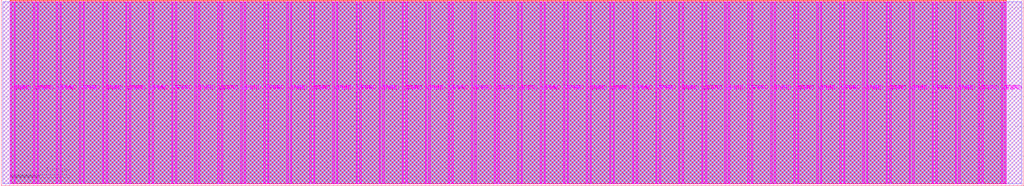
<source format=lef>
VERSION 5.7 ;
  NOWIREEXTENSIONATPIN ON ;
  DIVIDERCHAR "/" ;
  BUSBITCHARS "[]" ;
MACRO tt_um_tinymoa_ihp26a
  CLASS BLOCK ;
  FOREIGN tt_um_tinymoa_ihp26a ;
  ORIGIN 0.000 0.000 ;
  SIZE 1724.160 BY 313.740 ;
  PIN VGND
    DIRECTION INOUT ;
    USE GROUND ;
    PORT
      LAYER TopMetal1 ;
        RECT 21.580 3.150 23.780 310.180 ;
    END
    PORT
      LAYER TopMetal1 ;
        RECT 60.450 3.150 62.650 310.180 ;
    END
    PORT
      LAYER TopMetal1 ;
        RECT 99.320 3.150 101.520 310.180 ;
    END
    PORT
      LAYER TopMetal1 ;
        RECT 138.190 3.150 140.390 310.180 ;
    END
    PORT
      LAYER TopMetal1 ;
        RECT 177.060 3.150 179.260 310.180 ;
    END
    PORT
      LAYER TopMetal1 ;
        RECT 215.930 3.150 218.130 310.180 ;
    END
    PORT
      LAYER TopMetal1 ;
        RECT 254.800 3.150 257.000 310.180 ;
    END
    PORT
      LAYER TopMetal1 ;
        RECT 293.670 3.150 295.870 310.180 ;
    END
    PORT
      LAYER TopMetal1 ;
        RECT 332.540 3.150 334.740 310.180 ;
    END
    PORT
      LAYER TopMetal1 ;
        RECT 371.410 3.150 373.610 310.180 ;
    END
    PORT
      LAYER TopMetal1 ;
        RECT 410.280 3.150 412.480 310.180 ;
    END
    PORT
      LAYER TopMetal1 ;
        RECT 449.150 3.150 451.350 310.180 ;
    END
    PORT
      LAYER TopMetal1 ;
        RECT 488.020 3.150 490.220 310.180 ;
    END
    PORT
      LAYER TopMetal1 ;
        RECT 526.890 3.150 529.090 310.180 ;
    END
    PORT
      LAYER TopMetal1 ;
        RECT 565.760 3.150 567.960 310.180 ;
    END
    PORT
      LAYER TopMetal1 ;
        RECT 604.630 3.150 606.830 310.180 ;
    END
    PORT
      LAYER TopMetal1 ;
        RECT 643.500 3.150 645.700 310.180 ;
    END
    PORT
      LAYER TopMetal1 ;
        RECT 682.370 3.150 684.570 310.180 ;
    END
    PORT
      LAYER TopMetal1 ;
        RECT 721.240 3.150 723.440 310.180 ;
    END
    PORT
      LAYER TopMetal1 ;
        RECT 760.110 3.150 762.310 310.180 ;
    END
    PORT
      LAYER TopMetal1 ;
        RECT 798.980 3.150 801.180 310.180 ;
    END
    PORT
      LAYER TopMetal1 ;
        RECT 837.850 3.150 840.050 310.180 ;
    END
    PORT
      LAYER TopMetal1 ;
        RECT 876.720 3.150 878.920 310.180 ;
    END
    PORT
      LAYER TopMetal1 ;
        RECT 915.590 3.150 917.790 310.180 ;
    END
    PORT
      LAYER TopMetal1 ;
        RECT 954.460 3.150 956.660 310.180 ;
    END
    PORT
      LAYER TopMetal1 ;
        RECT 993.330 3.150 995.530 310.180 ;
    END
    PORT
      LAYER TopMetal1 ;
        RECT 1032.200 3.150 1034.400 310.180 ;
    END
    PORT
      LAYER TopMetal1 ;
        RECT 1071.070 3.150 1073.270 310.180 ;
    END
    PORT
      LAYER TopMetal1 ;
        RECT 1109.940 3.150 1112.140 310.180 ;
    END
    PORT
      LAYER TopMetal1 ;
        RECT 1148.810 3.150 1151.010 310.180 ;
    END
    PORT
      LAYER TopMetal1 ;
        RECT 1187.680 3.150 1189.880 310.180 ;
    END
    PORT
      LAYER TopMetal1 ;
        RECT 1226.550 3.150 1228.750 310.180 ;
    END
    PORT
      LAYER TopMetal1 ;
        RECT 1265.420 3.150 1267.620 310.180 ;
    END
    PORT
      LAYER TopMetal1 ;
        RECT 1304.290 3.150 1306.490 310.180 ;
    END
    PORT
      LAYER TopMetal1 ;
        RECT 1343.160 3.150 1345.360 310.180 ;
    END
    PORT
      LAYER TopMetal1 ;
        RECT 1382.030 3.150 1384.230 310.180 ;
    END
    PORT
      LAYER TopMetal1 ;
        RECT 1420.900 3.150 1423.100 310.180 ;
    END
    PORT
      LAYER TopMetal1 ;
        RECT 1459.770 3.150 1461.970 310.180 ;
    END
    PORT
      LAYER TopMetal1 ;
        RECT 1498.640 3.150 1500.840 310.180 ;
    END
    PORT
      LAYER TopMetal1 ;
        RECT 1537.510 3.150 1539.710 310.180 ;
    END
    PORT
      LAYER TopMetal1 ;
        RECT 1576.380 3.150 1578.580 310.180 ;
    END
    PORT
      LAYER TopMetal1 ;
        RECT 1615.250 3.150 1617.450 310.180 ;
    END
    PORT
      LAYER TopMetal1 ;
        RECT 1654.120 3.150 1656.320 310.180 ;
    END
    PORT
      LAYER TopMetal1 ;
        RECT 1692.990 3.150 1695.190 310.180 ;
    END
  END VGND
  PIN VPWR
    DIRECTION INOUT ;
    USE POWER ;
    PORT
      LAYER TopMetal1 ;
        RECT 15.380 3.560 17.580 310.590 ;
    END
    PORT
      LAYER TopMetal1 ;
        RECT 54.250 3.560 56.450 310.590 ;
    END
    PORT
      LAYER TopMetal1 ;
        RECT 93.120 3.560 95.320 310.590 ;
    END
    PORT
      LAYER TopMetal1 ;
        RECT 131.990 3.560 134.190 310.590 ;
    END
    PORT
      LAYER TopMetal1 ;
        RECT 170.860 3.560 173.060 310.590 ;
    END
    PORT
      LAYER TopMetal1 ;
        RECT 209.730 3.560 211.930 310.590 ;
    END
    PORT
      LAYER TopMetal1 ;
        RECT 248.600 3.560 250.800 310.590 ;
    END
    PORT
      LAYER TopMetal1 ;
        RECT 287.470 3.560 289.670 310.590 ;
    END
    PORT
      LAYER TopMetal1 ;
        RECT 326.340 3.560 328.540 310.590 ;
    END
    PORT
      LAYER TopMetal1 ;
        RECT 365.210 3.560 367.410 310.590 ;
    END
    PORT
      LAYER TopMetal1 ;
        RECT 404.080 3.560 406.280 310.590 ;
    END
    PORT
      LAYER TopMetal1 ;
        RECT 442.950 3.560 445.150 310.590 ;
    END
    PORT
      LAYER TopMetal1 ;
        RECT 481.820 3.560 484.020 310.590 ;
    END
    PORT
      LAYER TopMetal1 ;
        RECT 520.690 3.560 522.890 310.590 ;
    END
    PORT
      LAYER TopMetal1 ;
        RECT 559.560 3.560 561.760 310.590 ;
    END
    PORT
      LAYER TopMetal1 ;
        RECT 598.430 3.560 600.630 310.590 ;
    END
    PORT
      LAYER TopMetal1 ;
        RECT 637.300 3.560 639.500 310.590 ;
    END
    PORT
      LAYER TopMetal1 ;
        RECT 676.170 3.560 678.370 310.590 ;
    END
    PORT
      LAYER TopMetal1 ;
        RECT 715.040 3.560 717.240 310.590 ;
    END
    PORT
      LAYER TopMetal1 ;
        RECT 753.910 3.560 756.110 310.590 ;
    END
    PORT
      LAYER TopMetal1 ;
        RECT 792.780 3.560 794.980 310.590 ;
    END
    PORT
      LAYER TopMetal1 ;
        RECT 831.650 3.560 833.850 310.590 ;
    END
    PORT
      LAYER TopMetal1 ;
        RECT 870.520 3.560 872.720 310.590 ;
    END
    PORT
      LAYER TopMetal1 ;
        RECT 909.390 3.560 911.590 310.590 ;
    END
    PORT
      LAYER TopMetal1 ;
        RECT 948.260 3.560 950.460 310.590 ;
    END
    PORT
      LAYER TopMetal1 ;
        RECT 987.130 3.560 989.330 310.590 ;
    END
    PORT
      LAYER TopMetal1 ;
        RECT 1026.000 3.560 1028.200 310.590 ;
    END
    PORT
      LAYER TopMetal1 ;
        RECT 1064.870 3.560 1067.070 310.590 ;
    END
    PORT
      LAYER TopMetal1 ;
        RECT 1103.740 3.560 1105.940 310.590 ;
    END
    PORT
      LAYER TopMetal1 ;
        RECT 1142.610 3.560 1144.810 310.590 ;
    END
    PORT
      LAYER TopMetal1 ;
        RECT 1181.480 3.560 1183.680 310.590 ;
    END
    PORT
      LAYER TopMetal1 ;
        RECT 1220.350 3.560 1222.550 310.590 ;
    END
    PORT
      LAYER TopMetal1 ;
        RECT 1259.220 3.560 1261.420 310.590 ;
    END
    PORT
      LAYER TopMetal1 ;
        RECT 1298.090 3.560 1300.290 310.590 ;
    END
    PORT
      LAYER TopMetal1 ;
        RECT 1336.960 3.560 1339.160 310.590 ;
    END
    PORT
      LAYER TopMetal1 ;
        RECT 1375.830 3.560 1378.030 310.590 ;
    END
    PORT
      LAYER TopMetal1 ;
        RECT 1414.700 3.560 1416.900 310.590 ;
    END
    PORT
      LAYER TopMetal1 ;
        RECT 1453.570 3.560 1455.770 310.590 ;
    END
    PORT
      LAYER TopMetal1 ;
        RECT 1492.440 3.560 1494.640 310.590 ;
    END
    PORT
      LAYER TopMetal1 ;
        RECT 1531.310 3.560 1533.510 310.590 ;
    END
    PORT
      LAYER TopMetal1 ;
        RECT 1570.180 3.560 1572.380 310.590 ;
    END
    PORT
      LAYER TopMetal1 ;
        RECT 1609.050 3.560 1611.250 310.590 ;
    END
    PORT
      LAYER TopMetal1 ;
        RECT 1647.920 3.560 1650.120 310.590 ;
    END
    PORT
      LAYER TopMetal1 ;
        RECT 1686.790 3.560 1688.990 310.590 ;
    END
  END VPWR
  PIN clk
    DIRECTION INPUT ;
    USE SIGNAL ;
    ANTENNAGATEAREA 0.725400 ;
    PORT
      LAYER Metal4 ;
        RECT 187.050 312.740 187.350 313.740 ;
    END
  END clk
  PIN ena
    DIRECTION INPUT ;
    USE SIGNAL ;
    PORT
      LAYER Metal4 ;
        RECT 190.890 312.740 191.190 313.740 ;
    END
  END ena
  PIN rst_n
    DIRECTION INPUT ;
    USE SIGNAL ;
    ANTENNAGATEAREA 0.213200 ;
    PORT
      LAYER Metal4 ;
        RECT 183.210 312.740 183.510 313.740 ;
    END
  END rst_n
  PIN ui_in[0]
    DIRECTION INPUT ;
    USE SIGNAL ;
    ANTENNAGATEAREA 0.180700 ;
    PORT
      LAYER Metal4 ;
        RECT 179.370 312.740 179.670 313.740 ;
    END
  END ui_in[0]
  PIN ui_in[1]
    DIRECTION INPUT ;
    USE SIGNAL ;
    ANTENNAGATEAREA 0.213200 ;
    PORT
      LAYER Metal4 ;
        RECT 175.530 312.740 175.830 313.740 ;
    END
  END ui_in[1]
  PIN ui_in[2]
    DIRECTION INPUT ;
    USE SIGNAL ;
    PORT
      LAYER Metal4 ;
        RECT 171.690 312.740 171.990 313.740 ;
    END
  END ui_in[2]
  PIN ui_in[3]
    DIRECTION INPUT ;
    USE SIGNAL ;
    PORT
      LAYER Metal4 ;
        RECT 167.850 312.740 168.150 313.740 ;
    END
  END ui_in[3]
  PIN ui_in[4]
    DIRECTION INPUT ;
    USE SIGNAL ;
    PORT
      LAYER Metal4 ;
        RECT 164.010 312.740 164.310 313.740 ;
    END
  END ui_in[4]
  PIN ui_in[5]
    DIRECTION INPUT ;
    USE SIGNAL ;
    PORT
      LAYER Metal4 ;
        RECT 160.170 312.740 160.470 313.740 ;
    END
  END ui_in[5]
  PIN ui_in[6]
    DIRECTION INPUT ;
    USE SIGNAL ;
    PORT
      LAYER Metal4 ;
        RECT 156.330 312.740 156.630 313.740 ;
    END
  END ui_in[6]
  PIN ui_in[7]
    DIRECTION INPUT ;
    USE SIGNAL ;
    PORT
      LAYER Metal4 ;
        RECT 152.490 312.740 152.790 313.740 ;
    END
  END ui_in[7]
  PIN uio_in[0]
    DIRECTION INPUT ;
    USE SIGNAL ;
    PORT
      LAYER Metal4 ;
        RECT 148.650 312.740 148.950 313.740 ;
    END
  END uio_in[0]
  PIN uio_in[1]
    DIRECTION INPUT ;
    USE SIGNAL ;
    PORT
      LAYER Metal4 ;
        RECT 144.810 312.740 145.110 313.740 ;
    END
  END uio_in[1]
  PIN uio_in[2]
    DIRECTION INPUT ;
    USE SIGNAL ;
    PORT
      LAYER Metal4 ;
        RECT 140.970 312.740 141.270 313.740 ;
    END
  END uio_in[2]
  PIN uio_in[3]
    DIRECTION INPUT ;
    USE SIGNAL ;
    PORT
      LAYER Metal4 ;
        RECT 137.130 312.740 137.430 313.740 ;
    END
  END uio_in[3]
  PIN uio_in[4]
    DIRECTION INPUT ;
    USE SIGNAL ;
    PORT
      LAYER Metal4 ;
        RECT 133.290 312.740 133.590 313.740 ;
    END
  END uio_in[4]
  PIN uio_in[5]
    DIRECTION INPUT ;
    USE SIGNAL ;
    PORT
      LAYER Metal4 ;
        RECT 129.450 312.740 129.750 313.740 ;
    END
  END uio_in[5]
  PIN uio_in[6]
    DIRECTION INPUT ;
    USE SIGNAL ;
    PORT
      LAYER Metal4 ;
        RECT 125.610 312.740 125.910 313.740 ;
    END
  END uio_in[6]
  PIN uio_in[7]
    DIRECTION INPUT ;
    USE SIGNAL ;
    PORT
      LAYER Metal4 ;
        RECT 121.770 312.740 122.070 313.740 ;
    END
  END uio_in[7]
  PIN uio_oe[0]
    DIRECTION OUTPUT ;
    USE SIGNAL ;
    ANTENNADIFFAREA 0.299200 ;
    PORT
      LAYER Metal4 ;
        RECT 56.490 312.740 56.790 313.740 ;
    END
  END uio_oe[0]
  PIN uio_oe[1]
    DIRECTION OUTPUT ;
    USE SIGNAL ;
    ANTENNADIFFAREA 0.299200 ;
    PORT
      LAYER Metal4 ;
        RECT 52.650 312.740 52.950 313.740 ;
    END
  END uio_oe[1]
  PIN uio_oe[2]
    DIRECTION OUTPUT ;
    USE SIGNAL ;
    ANTENNADIFFAREA 0.299200 ;
    PORT
      LAYER Metal4 ;
        RECT 48.810 312.740 49.110 313.740 ;
    END
  END uio_oe[2]
  PIN uio_oe[3]
    DIRECTION OUTPUT ;
    USE SIGNAL ;
    ANTENNADIFFAREA 0.299200 ;
    PORT
      LAYER Metal4 ;
        RECT 44.970 312.740 45.270 313.740 ;
    END
  END uio_oe[3]
  PIN uio_oe[4]
    DIRECTION OUTPUT ;
    USE SIGNAL ;
    ANTENNADIFFAREA 0.299200 ;
    PORT
      LAYER Metal4 ;
        RECT 41.130 312.740 41.430 313.740 ;
    END
  END uio_oe[4]
  PIN uio_oe[5]
    DIRECTION OUTPUT ;
    USE SIGNAL ;
    ANTENNADIFFAREA 0.299200 ;
    PORT
      LAYER Metal4 ;
        RECT 37.290 312.740 37.590 313.740 ;
    END
  END uio_oe[5]
  PIN uio_oe[6]
    DIRECTION OUTPUT ;
    USE SIGNAL ;
    ANTENNADIFFAREA 0.299200 ;
    PORT
      LAYER Metal4 ;
        RECT 33.450 312.740 33.750 313.740 ;
    END
  END uio_oe[6]
  PIN uio_oe[7]
    DIRECTION OUTPUT ;
    USE SIGNAL ;
    ANTENNADIFFAREA 0.299200 ;
    PORT
      LAYER Metal4 ;
        RECT 29.610 312.740 29.910 313.740 ;
    END
  END uio_oe[7]
  PIN uio_out[0]
    DIRECTION OUTPUT ;
    USE SIGNAL ;
    ANTENNADIFFAREA 0.299200 ;
    PORT
      LAYER Metal4 ;
        RECT 87.210 312.740 87.510 313.740 ;
    END
  END uio_out[0]
  PIN uio_out[1]
    DIRECTION OUTPUT ;
    USE SIGNAL ;
    ANTENNADIFFAREA 0.299200 ;
    PORT
      LAYER Metal4 ;
        RECT 83.370 312.740 83.670 313.740 ;
    END
  END uio_out[1]
  PIN uio_out[2]
    DIRECTION OUTPUT ;
    USE SIGNAL ;
    ANTENNADIFFAREA 0.299200 ;
    PORT
      LAYER Metal4 ;
        RECT 79.530 312.740 79.830 313.740 ;
    END
  END uio_out[2]
  PIN uio_out[3]
    DIRECTION OUTPUT ;
    USE SIGNAL ;
    ANTENNADIFFAREA 0.299200 ;
    PORT
      LAYER Metal4 ;
        RECT 75.690 312.740 75.990 313.740 ;
    END
  END uio_out[3]
  PIN uio_out[4]
    DIRECTION OUTPUT ;
    USE SIGNAL ;
    ANTENNADIFFAREA 0.299200 ;
    PORT
      LAYER Metal4 ;
        RECT 71.850 312.740 72.150 313.740 ;
    END
  END uio_out[4]
  PIN uio_out[5]
    DIRECTION OUTPUT ;
    USE SIGNAL ;
    ANTENNADIFFAREA 0.299200 ;
    PORT
      LAYER Metal4 ;
        RECT 68.010 312.740 68.310 313.740 ;
    END
  END uio_out[5]
  PIN uio_out[6]
    DIRECTION OUTPUT ;
    USE SIGNAL ;
    ANTENNADIFFAREA 0.299200 ;
    PORT
      LAYER Metal4 ;
        RECT 64.170 312.740 64.470 313.740 ;
    END
  END uio_out[6]
  PIN uio_out[7]
    DIRECTION OUTPUT ;
    USE SIGNAL ;
    ANTENNADIFFAREA 0.299200 ;
    PORT
      LAYER Metal4 ;
        RECT 60.330 312.740 60.630 313.740 ;
    END
  END uio_out[7]
  PIN uo_out[0]
    DIRECTION OUTPUT ;
    USE SIGNAL ;
    ANTENNAGATEAREA 0.109200 ;
    ANTENNADIFFAREA 0.716100 ;
    PORT
      LAYER Metal4 ;
        RECT 117.930 312.740 118.230 313.740 ;
    END
  END uo_out[0]
  PIN uo_out[1]
    DIRECTION OUTPUT ;
    USE SIGNAL ;
    ANTENNAGATEAREA 0.109200 ;
    ANTENNADIFFAREA 0.716100 ;
    PORT
      LAYER Metal4 ;
        RECT 114.090 312.740 114.390 313.740 ;
    END
  END uo_out[1]
  PIN uo_out[2]
    DIRECTION OUTPUT ;
    USE SIGNAL ;
    ANTENNAGATEAREA 0.601400 ;
    ANTENNADIFFAREA 0.716100 ;
    PORT
      LAYER Metal4 ;
        RECT 110.250 312.740 110.550 313.740 ;
    END
  END uo_out[2]
  PIN uo_out[3]
    DIRECTION OUTPUT ;
    USE SIGNAL ;
    ANTENNAGATEAREA 0.388200 ;
    ANTENNADIFFAREA 0.716100 ;
    PORT
      LAYER Metal4 ;
        RECT 106.410 312.740 106.710 313.740 ;
    END
  END uo_out[3]
  PIN uo_out[4]
    DIRECTION OUTPUT ;
    USE SIGNAL ;
    ANTENNAGATEAREA 0.289900 ;
    ANTENNADIFFAREA 0.716100 ;
    PORT
      LAYER Metal4 ;
        RECT 102.570 312.740 102.870 313.740 ;
    END
  END uo_out[4]
  PIN uo_out[5]
    DIRECTION OUTPUT ;
    USE SIGNAL ;
    ANTENNAGATEAREA 0.351000 ;
    ANTENNADIFFAREA 0.716100 ;
    PORT
      LAYER Metal4 ;
        RECT 98.730 312.740 99.030 313.740 ;
    END
  END uo_out[5]
  PIN uo_out[6]
    DIRECTION OUTPUT ;
    USE SIGNAL ;
    ANTENNAGATEAREA 0.109200 ;
    ANTENNADIFFAREA 0.716100 ;
    PORT
      LAYER Metal4 ;
        RECT 94.890 312.740 95.190 313.740 ;
    END
  END uo_out[6]
  PIN uo_out[7]
    DIRECTION OUTPUT ;
    USE SIGNAL ;
    ANTENNAGATEAREA 0.109200 ;
    ANTENNADIFFAREA 0.716100 ;
    PORT
      LAYER Metal4 ;
        RECT 91.050 312.740 91.350 313.740 ;
    END
  END uo_out[7]
  OBS
      LAYER GatPoly ;
        RECT 2.880 3.630 1721.280 310.110 ;
      LAYER Metal1 ;
        RECT 2.880 3.560 1721.280 310.180 ;
      LAYER Metal2 ;
        RECT 15.560 3.635 1695.010 310.105 ;
      LAYER Metal3 ;
        RECT 15.515 3.680 1695.055 310.060 ;
      LAYER Metal4 ;
        RECT 15.560 312.530 29.400 312.740 ;
        RECT 30.120 312.530 33.240 312.740 ;
        RECT 33.960 312.530 37.080 312.740 ;
        RECT 37.800 312.530 40.920 312.740 ;
        RECT 41.640 312.530 44.760 312.740 ;
        RECT 45.480 312.530 48.600 312.740 ;
        RECT 49.320 312.530 52.440 312.740 ;
        RECT 53.160 312.530 56.280 312.740 ;
        RECT 57.000 312.530 60.120 312.740 ;
        RECT 60.840 312.530 63.960 312.740 ;
        RECT 64.680 312.530 67.800 312.740 ;
        RECT 68.520 312.530 71.640 312.740 ;
        RECT 72.360 312.530 75.480 312.740 ;
        RECT 76.200 312.530 79.320 312.740 ;
        RECT 80.040 312.530 83.160 312.740 ;
        RECT 83.880 312.530 87.000 312.740 ;
        RECT 87.720 312.530 90.840 312.740 ;
        RECT 91.560 312.530 94.680 312.740 ;
        RECT 95.400 312.530 98.520 312.740 ;
        RECT 99.240 312.530 102.360 312.740 ;
        RECT 103.080 312.530 106.200 312.740 ;
        RECT 106.920 312.530 110.040 312.740 ;
        RECT 110.760 312.530 113.880 312.740 ;
        RECT 114.600 312.530 117.720 312.740 ;
        RECT 118.440 312.530 121.560 312.740 ;
        RECT 122.280 312.530 125.400 312.740 ;
        RECT 126.120 312.530 129.240 312.740 ;
        RECT 129.960 312.530 133.080 312.740 ;
        RECT 133.800 312.530 136.920 312.740 ;
        RECT 137.640 312.530 140.760 312.740 ;
        RECT 141.480 312.530 144.600 312.740 ;
        RECT 145.320 312.530 148.440 312.740 ;
        RECT 149.160 312.530 152.280 312.740 ;
        RECT 153.000 312.530 156.120 312.740 ;
        RECT 156.840 312.530 159.960 312.740 ;
        RECT 160.680 312.530 163.800 312.740 ;
        RECT 164.520 312.530 167.640 312.740 ;
        RECT 168.360 312.530 171.480 312.740 ;
        RECT 172.200 312.530 175.320 312.740 ;
        RECT 176.040 312.530 179.160 312.740 ;
        RECT 179.880 312.530 183.000 312.740 ;
        RECT 183.720 312.530 186.840 312.740 ;
        RECT 187.560 312.530 190.680 312.740 ;
        RECT 191.400 312.530 1695.010 312.740 ;
        RECT 15.560 3.635 1695.010 312.530 ;
      LAYER Metal5 ;
        RECT 15.515 3.470 1695.055 310.270 ;
  END
END tt_um_tinymoa_ihp26a
END LIBRARY


</source>
